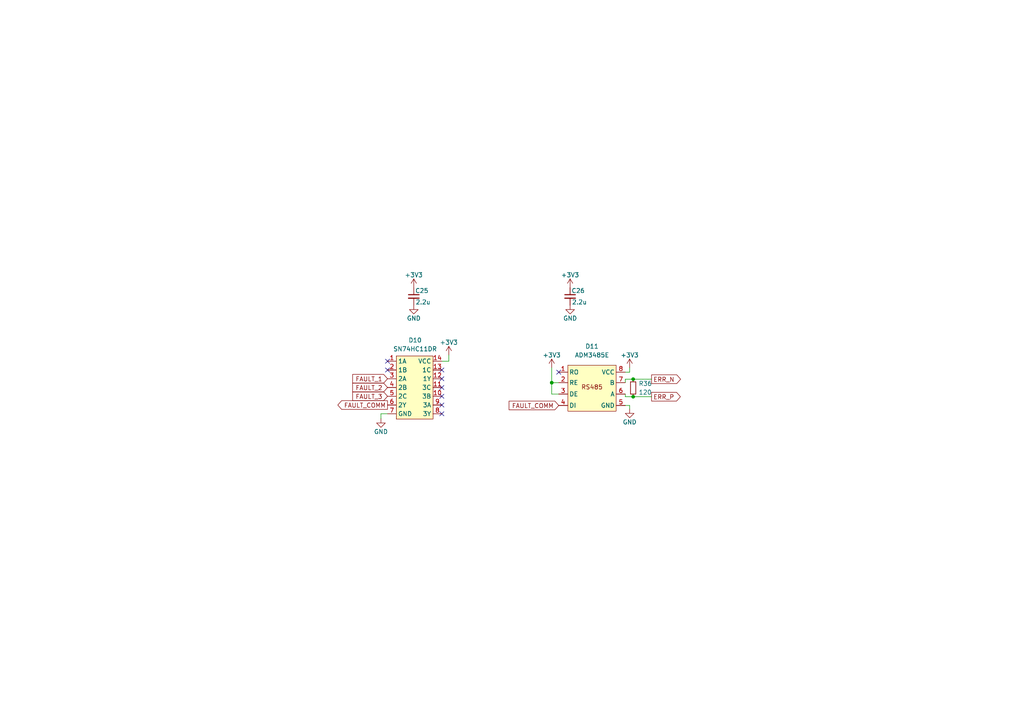
<source format=kicad_sch>
(kicad_sch (version 20230121) (generator eeschema)
  (paper "A4")
  (lib_symbols
    (symbol "Device:C_Small" (pin_numbers hide) (pin_names (offset 0.254) hide)
      (property "Reference" "C" (at 0.254 1.778 0))
      (property "Value" "C_Small" (at 0.254 -2.032 0))
      (symbol "C_Small_0_1"
        (polyline (pts (xy -1.524 -0.508) (xy 1.524 -0.508)) (stroke (width 0.3302)))
        (polyline (pts (xy -1.524 0.508) (xy 1.524 0.508)) (stroke (width 0.3048)))
      )
      (symbol "C_Small_1_1"
        (pin passive line (at 0 2.54 270) (length 2.032) (name "~") (number "1"))
        (pin passive line (at 0 -2.54 90) (length 2.032) (name "~") (number "2"))
      )
    )
    (symbol "Device:R_Small" (pin_numbers hide) (pin_names (offset 0.254) hide)
      (property "Reference" "R" (at 0.762 0.508 0))
      (property "Value" "R_Small" (at 0.762 -1.016 0))
      (symbol "R_Small_0_1"
        (rectangle (start -0.762 1.778) (end 0.762 -1.778) (stroke (width 0.2032)))
      )
      (symbol "R_Small_1_1"
        (pin passive line (at 0 2.54 270) (length 0.762) (name "~") (number "1"))
        (pin passive line (at 0 -2.54 90) (length 0.762) (name "~") (number "2"))
      )
    )
    (symbol "Interface_My:ADM3485E"
      (property "Reference" "D" (at 0 0.635 0))
      (property "Value" "ADM3485E" (at 0 -1.27 0))
      (symbol "ADM3485E_0_0"
        (rectangle (start -6.985 -2.54) (end 6.985 -15.875) (fill (type background)))
        (text "RS485" (at 0 -8.89 0) (effects (font (size 1.27 1.27))))
      )
      (symbol "ADM3485E_1_1"
        (pin input line (at -9.652 -4.572 0) (length 2.54) (name "RO") (number "1"))
        (pin input line (at -9.652 -7.62 0) (length 2.54) (name "RE") (number "2"))
        (pin input line (at -9.652 -10.922 0) (length 2.54) (name "DE") (number "3"))
        (pin input line (at -9.652 -14.224 0) (length 2.54) (name "DI") (number "4"))
        (pin input line (at 9.652 -14.224 180) (length 2.54) (name "GND") (number "5"))
        (pin input line (at 9.652 -10.922 180) (length 2.54) (name "A") (number "6"))
        (pin input line (at 9.652 -7.62 180) (length 2.54) (name "B") (number "7"))
        (pin input line (at 9.652 -4.572 180) (length 2.54) (name "VCC") (number "8"))
      )
    )
    (symbol "Logic_My:SN74HC11DR"
      (property "Reference" "D" (at 0 0 0))
      (property "Value" "SN74HC11DR" (at 0 -2.286 0))
      (symbol "SN74HC11DR_0_1"
        (rectangle (start -5.334 -3.81) (end 5.334 -22.098) (fill (type background)))
      )
      (symbol "SN74HC11DR_1_1"
        (pin input line (at -7.874 -5.334 0) (length 2.54) (name "1A") (number "1"))
        (pin input line (at 7.874 -15.494 180) (length 2.54) (name "3B") (number "10"))
        (pin input line (at 7.874 -12.954 180) (length 2.54) (name "3C") (number "11"))
        (pin input line (at 7.874 -10.414 180) (length 2.54) (name "1Y") (number "12"))
        (pin input line (at 7.874 -7.874 180) (length 2.54) (name "1C") (number "13"))
        (pin input line (at 7.874 -5.334 180) (length 2.54) (name "VCC") (number "14"))
        (pin input line (at -7.874 -7.874 0) (length 2.54) (name "1B") (number "2"))
        (pin input line (at -7.874 -10.414 0) (length 2.54) (name "2A") (number "3"))
        (pin input line (at -7.874 -12.954 0) (length 2.54) (name "2B") (number "4"))
        (pin input line (at -7.874 -15.494 0) (length 2.54) (name "2C") (number "5"))
        (pin input line (at -7.874 -18.034 0) (length 2.54) (name "2Y") (number "6"))
        (pin input line (at -7.874 -20.574 0) (length 2.54) (name "GND") (number "7"))
        (pin input line (at 7.874 -20.574 180) (length 2.54) (name "3Y") (number "8"))
        (pin input line (at 7.874 -18.034 180) (length 2.54) (name "3A") (number "9"))
      )
    )
    (symbol "power:+3.3V" (power) (pin_names (offset 0))
      (property "Value" "+3.3V" (at 0 3.556 0))
      (symbol "+3.3V_0_1"
        (polyline (pts (xy -0.762 1.27) (xy 0 2.54)))
        (polyline (pts (xy 0 0) (xy 0 2.54)))
        (polyline (pts (xy 0 2.54) (xy 0.762 1.27)))
      )
      (symbol "+3.3V_1_1"
        (pin power_in line (at 0 0 90) (length 0) hide (name "+3V3") (number "1"))
      )
    )
    (symbol "power:GND" (power) (pin_names (offset 0))
      (property "Value" "GND" (at 0 -3.81 0))
      (symbol "GND_0_1"
        (polyline (pts (xy 0 0) (xy 0 -1.27) (xy 1.27 -1.27) (xy 0 -2.54) (xy -1.27 -1.27) (xy 0 -1.27)))
      )
      (symbol "GND_1_1"
        (pin power_in line (at 0 0 270) (length 0) hide (name "GND") (number "1"))
      )
    )
  )
  (junction (at 183.642 115.062))
  (junction (at 183.642 109.982))
  (junction (at 160.02 110.998))
  (no_connect (at 128.143 112.395))
  (no_connect (at 128.143 120.015))
  (no_connect (at 128.143 117.475))
  (no_connect (at 112.395 104.775))
  (no_connect (at 112.395 107.315))
  (no_connect (at 128.143 114.935))
  (no_connect (at 162.052 107.95))
  (no_connect (at 128.143 109.855))
  (no_connect (at 128.143 107.315))
  (wire (pts (xy 181.356 115.062) (xy 181.356 114.3)))
  (wire (pts (xy 130.175 104.775) (xy 130.175 102.997)))
  (wire (pts (xy 183.642 109.982) (xy 181.356 109.982)))
  (wire (pts (xy 160.02 106.68) (xy 160.02 110.998)))
  (wire (pts (xy 110.49 120.015) (xy 110.49 121.412)))
  (wire (pts (xy 112.395 120.015) (xy 110.49 120.015)))
  (wire (pts (xy 160.02 114.3) (xy 162.052 114.3)))
  (wire (pts (xy 160.02 110.998) (xy 162.052 110.998)))
  (wire (pts (xy 182.626 106.68) (xy 182.626 107.95)))
  (wire (pts (xy 181.356 117.602) (xy 182.626 117.602)))
  (wire (pts (xy 183.642 115.062) (xy 181.356 115.062)))
  (wire (pts (xy 183.642 115.062) (xy 188.976 115.062)))
  (wire (pts (xy 181.356 109.982) (xy 181.356 110.998)))
  (wire (pts (xy 128.143 104.775) (xy 130.175 104.775)))
  (wire (pts (xy 183.642 109.982) (xy 188.976 109.982)))
  (wire (pts (xy 182.626 107.95) (xy 181.356 107.95)))
  (wire (pts (xy 182.626 117.602) (xy 182.626 118.618)))
  (wire (pts (xy 160.02 110.998) (xy 160.02 114.3)))
  (global_label "FAULT_1" (shape input) (at 112.395 109.855 180) (property "Intersheetrefs" "${INTERSHEET_REFS}" (effects hide)))
  (global_label "ERR_N" (shape output) (at 188.976 109.982 0) (property "Intersheetrefs" "${INTERSHEET_REFS}" (effects hide)))
  (global_label "ERR_P" (shape output) (at 188.976 115.062 0) (property "Intersheetrefs" "${INTERSHEET_REFS}" (effects hide)))
  (global_label "FAULT_COMM" (shape output) (at 112.395 117.475 180) (property "Intersheetrefs" "${INTERSHEET_REFS}" (effects hide)))
  (global_label "FAULT_3" (shape input) (at 112.395 114.935 180) (property "Intersheetrefs" "${INTERSHEET_REFS}" (effects hide)))
  (global_label "FAULT_COMM" (shape input) (at 162.052 117.602 180) (property "Intersheetrefs" "${INTERSHEET_REFS}" (effects hide)))
  (global_label "FAULT_2" (shape input) (at 112.395 112.395 180) (property "Intersheetrefs" "${INTERSHEET_REFS}" (effects hide)))
  (symbol (lib_id "power:+3.3V") (at 130.175 102.997 0) (unit 1)
    (property "Reference" "#PWR067" (effects hide))
    (property "Value" "+3.3V" (at 130.175 99.314 0))
  )
  (symbol (lib_id "Device:C_Small") (at 120.015 85.979 0) (unit 1)
    (property "Reference" "C25" (at 120.396 84.328 0) (effects (justify left)))
    (property "Value" "2.2u" (at 120.523 87.63 0) (effects (justify left)))
    (property "Footprint" "Capacitor_SMD:C_0805_2012Metric_Pad1.18x1.45mm_HandSolder" (effects hide))
  )
  (symbol (lib_id "Logic_My:SN74HC11DR") (at 120.269 99.441 0) (unit 1)
    (property "Reference" "D10" (at 120.396 98.679 0))
    (property "Value" "SN74HC11DR" (at 120.396 101.219 0))
    (property "Footprint" "Package_SO:SOIC-14_3.9x8.7mm_P1.27mm" (effects hide))
  )
  (symbol (lib_id "power:GND") (at 182.626 118.618 0) (unit 1)
    (property "Reference" "#PWR072" (effects hide))
    (property "Value" "GND" (at 182.626 122.428 0))
  )
  (symbol (lib_id "Device:R_Small") (at 183.642 112.522 0) (unit 1)
    (property "Reference" "R36" (at 185.2168 111.2519 0) (effects (justify left)))
    (property "Value" "120" (at 185.2168 113.7919 0) (effects (justify left)))
    (property "Footprint" "Resistor_SMD:R_0805_2012Metric_Pad1.20x1.40mm_HandSolder" (effects hide))
  )
  (symbol (lib_id "power:+3.3V") (at 120.015 83.439 0) (unit 1)
    (property "Reference" "#PWR065" (effects hide))
    (property "Value" "+3.3V" (at 120.015 79.756 0))
  )
  (symbol (lib_id "power:+3.3V") (at 165.354 83.439 0) (unit 1)
    (property "Reference" "#PWR069" (effects hide))
    (property "Value" "+3.3V" (at 165.354 79.756 0))
  )
  (symbol (lib_id "power:+3.3V") (at 182.626 106.68 0) (unit 1)
    (property "Reference" "#PWR071" (effects hide))
    (property "Value" "+3.3V" (at 182.626 102.997 0))
  )
  (symbol (lib_id "power:GND") (at 120.015 88.519 0) (unit 1)
    (property "Reference" "#PWR066" (effects hide))
    (property "Value" "GND" (at 120.015 92.329 0))
  )
  (symbol (lib_id "Device:C_Small") (at 165.354 85.979 0) (unit 1)
    (property "Reference" "C26" (at 165.735 84.328 0) (effects (justify left)))
    (property "Value" "2.2u" (at 165.862 87.63 0) (effects (justify left)))
    (property "Footprint" "Capacitor_SMD:C_0805_2012Metric_Pad1.18x1.45mm_HandSolder" (effects hide))
  )
  (symbol (lib_id "Interface_My:ADM3485E") (at 171.704 103.378 0) (unit 1)
    (property "Reference" "D11" (at 171.704 100.457 0))
    (property "Value" "ADM3485E" (at 171.704 102.997 0))
    (property "Footprint" "Package_SO:SOIC-8_3.9x4.9mm_P1.27mm" (effects hide))
  )
  (symbol (lib_id "power:GND") (at 110.49 121.412 0) (unit 1)
    (property "Reference" "#PWR064" (effects hide))
    (property "Value" "GND" (at 110.49 125.222 0))
  )
  (symbol (lib_id "power:+3.3V") (at 160.02 106.68 0) (unit 1)
    (property "Reference" "#PWR068" (effects hide))
    (property "Value" "+3.3V" (at 160.02 102.997 0))
  )
  (symbol (lib_id "power:GND") (at 165.354 88.519 0) (unit 1)
    (property "Reference" "#PWR070" (effects hide))
    (property "Value" "GND" (at 165.354 92.329 0))
  )
)
</source>
